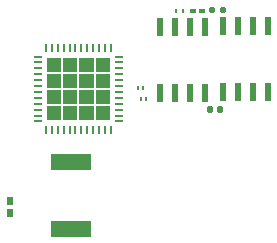
<source format=gbr>
G04 EAGLE Gerber RS-274X export*
G75*
%MOMM*%
%FSLAX34Y34*%
%LPD*%
%INSolderpaste Top*%
%IPPOS*%
%AMOC8*
5,1,8,0,0,1.08239X$1,22.5*%
G01*
%ADD10R,0.508000X1.524000*%
%ADD11R,0.199200X0.704800*%
%ADD12R,0.704800X0.199200*%
%ADD13R,0.558800X0.711200*%
%ADD14R,0.290000X0.300000*%
%ADD15R,0.250000X0.300000*%
%ADD16R,0.500000X0.300000*%
%ADD17R,3.454400X1.397000*%
%ADD18C,0.286200*%

G36*
X205252Y419625D02*
X205252Y419625D01*
X205254Y419624D01*
X205297Y419644D01*
X205341Y419662D01*
X205341Y419664D01*
X205343Y419665D01*
X205376Y419750D01*
X205376Y431500D01*
X205375Y431502D01*
X205376Y431504D01*
X205356Y431547D01*
X205338Y431591D01*
X205336Y431591D01*
X205335Y431593D01*
X205250Y431626D01*
X193500Y431626D01*
X193498Y431625D01*
X193496Y431626D01*
X193453Y431606D01*
X193409Y431588D01*
X193409Y431586D01*
X193407Y431585D01*
X193374Y431500D01*
X193374Y419750D01*
X193375Y419748D01*
X193374Y419746D01*
X193394Y419703D01*
X193412Y419659D01*
X193414Y419659D01*
X193415Y419657D01*
X193500Y419624D01*
X205250Y419624D01*
X205252Y419625D01*
G37*
G36*
X219002Y419625D02*
X219002Y419625D01*
X219004Y419624D01*
X219047Y419644D01*
X219091Y419662D01*
X219091Y419664D01*
X219093Y419665D01*
X219126Y419750D01*
X219126Y431500D01*
X219125Y431502D01*
X219126Y431504D01*
X219106Y431547D01*
X219088Y431591D01*
X219086Y431591D01*
X219085Y431593D01*
X219000Y431626D01*
X207250Y431626D01*
X207248Y431625D01*
X207246Y431626D01*
X207203Y431606D01*
X207159Y431588D01*
X207159Y431586D01*
X207157Y431585D01*
X207124Y431500D01*
X207124Y419750D01*
X207125Y419748D01*
X207124Y419746D01*
X207144Y419703D01*
X207162Y419659D01*
X207164Y419659D01*
X207165Y419657D01*
X207250Y419624D01*
X219000Y419624D01*
X219002Y419625D01*
G37*
G36*
X232752Y419625D02*
X232752Y419625D01*
X232754Y419624D01*
X232797Y419644D01*
X232841Y419662D01*
X232841Y419664D01*
X232843Y419665D01*
X232876Y419750D01*
X232876Y431500D01*
X232875Y431502D01*
X232876Y431504D01*
X232856Y431547D01*
X232838Y431591D01*
X232836Y431591D01*
X232835Y431593D01*
X232750Y431626D01*
X221000Y431626D01*
X220998Y431625D01*
X220996Y431626D01*
X220953Y431606D01*
X220909Y431588D01*
X220909Y431586D01*
X220907Y431585D01*
X220874Y431500D01*
X220874Y419750D01*
X220875Y419748D01*
X220874Y419746D01*
X220894Y419703D01*
X220912Y419659D01*
X220914Y419659D01*
X220915Y419657D01*
X221000Y419624D01*
X232750Y419624D01*
X232752Y419625D01*
G37*
G36*
X246502Y419625D02*
X246502Y419625D01*
X246504Y419624D01*
X246547Y419644D01*
X246591Y419662D01*
X246591Y419664D01*
X246593Y419665D01*
X246626Y419750D01*
X246626Y431500D01*
X246625Y431502D01*
X246626Y431504D01*
X246606Y431547D01*
X246588Y431591D01*
X246586Y431591D01*
X246585Y431593D01*
X246500Y431626D01*
X234750Y431626D01*
X234748Y431625D01*
X234746Y431626D01*
X234703Y431606D01*
X234659Y431588D01*
X234659Y431586D01*
X234657Y431585D01*
X234624Y431500D01*
X234624Y419750D01*
X234625Y419748D01*
X234624Y419746D01*
X234644Y419703D01*
X234662Y419659D01*
X234664Y419659D01*
X234665Y419657D01*
X234750Y419624D01*
X246500Y419624D01*
X246502Y419625D01*
G37*
G36*
X205252Y405875D02*
X205252Y405875D01*
X205254Y405874D01*
X205297Y405894D01*
X205341Y405912D01*
X205341Y405914D01*
X205343Y405915D01*
X205376Y406000D01*
X205376Y417750D01*
X205375Y417752D01*
X205376Y417754D01*
X205356Y417797D01*
X205338Y417841D01*
X205336Y417841D01*
X205335Y417843D01*
X205250Y417876D01*
X193500Y417876D01*
X193498Y417875D01*
X193496Y417876D01*
X193453Y417856D01*
X193409Y417838D01*
X193409Y417836D01*
X193407Y417835D01*
X193374Y417750D01*
X193374Y406000D01*
X193375Y405998D01*
X193374Y405996D01*
X193394Y405953D01*
X193412Y405909D01*
X193414Y405909D01*
X193415Y405907D01*
X193500Y405874D01*
X205250Y405874D01*
X205252Y405875D01*
G37*
G36*
X246502Y405875D02*
X246502Y405875D01*
X246504Y405874D01*
X246547Y405894D01*
X246591Y405912D01*
X246591Y405914D01*
X246593Y405915D01*
X246626Y406000D01*
X246626Y417750D01*
X246625Y417752D01*
X246626Y417754D01*
X246606Y417797D01*
X246588Y417841D01*
X246586Y417841D01*
X246585Y417843D01*
X246500Y417876D01*
X234750Y417876D01*
X234748Y417875D01*
X234746Y417876D01*
X234703Y417856D01*
X234659Y417838D01*
X234659Y417836D01*
X234657Y417835D01*
X234624Y417750D01*
X234624Y406000D01*
X234625Y405998D01*
X234624Y405996D01*
X234644Y405953D01*
X234662Y405909D01*
X234664Y405909D01*
X234665Y405907D01*
X234750Y405874D01*
X246500Y405874D01*
X246502Y405875D01*
G37*
G36*
X232752Y405875D02*
X232752Y405875D01*
X232754Y405874D01*
X232797Y405894D01*
X232841Y405912D01*
X232841Y405914D01*
X232843Y405915D01*
X232876Y406000D01*
X232876Y417750D01*
X232875Y417752D01*
X232876Y417754D01*
X232856Y417797D01*
X232838Y417841D01*
X232836Y417841D01*
X232835Y417843D01*
X232750Y417876D01*
X221000Y417876D01*
X220998Y417875D01*
X220996Y417876D01*
X220953Y417856D01*
X220909Y417838D01*
X220909Y417836D01*
X220907Y417835D01*
X220874Y417750D01*
X220874Y406000D01*
X220875Y405998D01*
X220874Y405996D01*
X220894Y405953D01*
X220912Y405909D01*
X220914Y405909D01*
X220915Y405907D01*
X221000Y405874D01*
X232750Y405874D01*
X232752Y405875D01*
G37*
G36*
X219002Y405875D02*
X219002Y405875D01*
X219004Y405874D01*
X219047Y405894D01*
X219091Y405912D01*
X219091Y405914D01*
X219093Y405915D01*
X219126Y406000D01*
X219126Y417750D01*
X219125Y417752D01*
X219126Y417754D01*
X219106Y417797D01*
X219088Y417841D01*
X219086Y417841D01*
X219085Y417843D01*
X219000Y417876D01*
X207250Y417876D01*
X207248Y417875D01*
X207246Y417876D01*
X207203Y417856D01*
X207159Y417838D01*
X207159Y417836D01*
X207157Y417835D01*
X207124Y417750D01*
X207124Y406000D01*
X207125Y405998D01*
X207124Y405996D01*
X207144Y405953D01*
X207162Y405909D01*
X207164Y405909D01*
X207165Y405907D01*
X207250Y405874D01*
X219000Y405874D01*
X219002Y405875D01*
G37*
G36*
X232752Y392125D02*
X232752Y392125D01*
X232754Y392124D01*
X232797Y392144D01*
X232841Y392162D01*
X232841Y392164D01*
X232843Y392165D01*
X232876Y392250D01*
X232876Y404000D01*
X232875Y404002D01*
X232876Y404004D01*
X232856Y404047D01*
X232838Y404091D01*
X232836Y404091D01*
X232835Y404093D01*
X232750Y404126D01*
X221000Y404126D01*
X220998Y404125D01*
X220996Y404126D01*
X220953Y404106D01*
X220909Y404088D01*
X220909Y404086D01*
X220907Y404085D01*
X220874Y404000D01*
X220874Y392250D01*
X220875Y392248D01*
X220874Y392246D01*
X220894Y392203D01*
X220912Y392159D01*
X220914Y392159D01*
X220915Y392157D01*
X221000Y392124D01*
X232750Y392124D01*
X232752Y392125D01*
G37*
G36*
X205252Y392125D02*
X205252Y392125D01*
X205254Y392124D01*
X205297Y392144D01*
X205341Y392162D01*
X205341Y392164D01*
X205343Y392165D01*
X205376Y392250D01*
X205376Y404000D01*
X205375Y404002D01*
X205376Y404004D01*
X205356Y404047D01*
X205338Y404091D01*
X205336Y404091D01*
X205335Y404093D01*
X205250Y404126D01*
X193500Y404126D01*
X193498Y404125D01*
X193496Y404126D01*
X193453Y404106D01*
X193409Y404088D01*
X193409Y404086D01*
X193407Y404085D01*
X193374Y404000D01*
X193374Y392250D01*
X193375Y392248D01*
X193374Y392246D01*
X193394Y392203D01*
X193412Y392159D01*
X193414Y392159D01*
X193415Y392157D01*
X193500Y392124D01*
X205250Y392124D01*
X205252Y392125D01*
G37*
G36*
X219002Y392125D02*
X219002Y392125D01*
X219004Y392124D01*
X219047Y392144D01*
X219091Y392162D01*
X219091Y392164D01*
X219093Y392165D01*
X219126Y392250D01*
X219126Y404000D01*
X219125Y404002D01*
X219126Y404004D01*
X219106Y404047D01*
X219088Y404091D01*
X219086Y404091D01*
X219085Y404093D01*
X219000Y404126D01*
X207250Y404126D01*
X207248Y404125D01*
X207246Y404126D01*
X207203Y404106D01*
X207159Y404088D01*
X207159Y404086D01*
X207157Y404085D01*
X207124Y404000D01*
X207124Y392250D01*
X207125Y392248D01*
X207124Y392246D01*
X207144Y392203D01*
X207162Y392159D01*
X207164Y392159D01*
X207165Y392157D01*
X207250Y392124D01*
X219000Y392124D01*
X219002Y392125D01*
G37*
G36*
X246502Y392125D02*
X246502Y392125D01*
X246504Y392124D01*
X246547Y392144D01*
X246591Y392162D01*
X246591Y392164D01*
X246593Y392165D01*
X246626Y392250D01*
X246626Y404000D01*
X246625Y404002D01*
X246626Y404004D01*
X246606Y404047D01*
X246588Y404091D01*
X246586Y404091D01*
X246585Y404093D01*
X246500Y404126D01*
X234750Y404126D01*
X234748Y404125D01*
X234746Y404126D01*
X234703Y404106D01*
X234659Y404088D01*
X234659Y404086D01*
X234657Y404085D01*
X234624Y404000D01*
X234624Y392250D01*
X234625Y392248D01*
X234624Y392246D01*
X234644Y392203D01*
X234662Y392159D01*
X234664Y392159D01*
X234665Y392157D01*
X234750Y392124D01*
X246500Y392124D01*
X246502Y392125D01*
G37*
G36*
X219002Y378375D02*
X219002Y378375D01*
X219004Y378374D01*
X219047Y378394D01*
X219091Y378412D01*
X219091Y378414D01*
X219093Y378415D01*
X219126Y378500D01*
X219126Y390250D01*
X219125Y390252D01*
X219126Y390254D01*
X219106Y390297D01*
X219088Y390341D01*
X219086Y390341D01*
X219085Y390343D01*
X219000Y390376D01*
X207250Y390376D01*
X207248Y390375D01*
X207246Y390376D01*
X207203Y390356D01*
X207159Y390338D01*
X207159Y390336D01*
X207157Y390335D01*
X207124Y390250D01*
X207124Y378500D01*
X207125Y378498D01*
X207124Y378496D01*
X207144Y378453D01*
X207162Y378409D01*
X207164Y378409D01*
X207165Y378407D01*
X207250Y378374D01*
X219000Y378374D01*
X219002Y378375D01*
G37*
G36*
X232752Y378375D02*
X232752Y378375D01*
X232754Y378374D01*
X232797Y378394D01*
X232841Y378412D01*
X232841Y378414D01*
X232843Y378415D01*
X232876Y378500D01*
X232876Y390250D01*
X232875Y390252D01*
X232876Y390254D01*
X232856Y390297D01*
X232838Y390341D01*
X232836Y390341D01*
X232835Y390343D01*
X232750Y390376D01*
X221000Y390376D01*
X220998Y390375D01*
X220996Y390376D01*
X220953Y390356D01*
X220909Y390338D01*
X220909Y390336D01*
X220907Y390335D01*
X220874Y390250D01*
X220874Y378500D01*
X220875Y378498D01*
X220874Y378496D01*
X220894Y378453D01*
X220912Y378409D01*
X220914Y378409D01*
X220915Y378407D01*
X221000Y378374D01*
X232750Y378374D01*
X232752Y378375D01*
G37*
G36*
X246502Y378375D02*
X246502Y378375D01*
X246504Y378374D01*
X246547Y378394D01*
X246591Y378412D01*
X246591Y378414D01*
X246593Y378415D01*
X246626Y378500D01*
X246626Y390250D01*
X246625Y390252D01*
X246626Y390254D01*
X246606Y390297D01*
X246588Y390341D01*
X246586Y390341D01*
X246585Y390343D01*
X246500Y390376D01*
X234750Y390376D01*
X234748Y390375D01*
X234746Y390376D01*
X234703Y390356D01*
X234659Y390338D01*
X234659Y390336D01*
X234657Y390335D01*
X234624Y390250D01*
X234624Y378500D01*
X234625Y378498D01*
X234624Y378496D01*
X234644Y378453D01*
X234662Y378409D01*
X234664Y378409D01*
X234665Y378407D01*
X234750Y378374D01*
X246500Y378374D01*
X246502Y378375D01*
G37*
G36*
X205252Y378375D02*
X205252Y378375D01*
X205254Y378374D01*
X205297Y378394D01*
X205341Y378412D01*
X205341Y378414D01*
X205343Y378415D01*
X205376Y378500D01*
X205376Y390250D01*
X205375Y390252D01*
X205376Y390254D01*
X205356Y390297D01*
X205338Y390341D01*
X205336Y390341D01*
X205335Y390343D01*
X205250Y390376D01*
X193500Y390376D01*
X193498Y390375D01*
X193496Y390376D01*
X193453Y390356D01*
X193409Y390338D01*
X193409Y390336D01*
X193407Y390335D01*
X193374Y390250D01*
X193374Y378500D01*
X193375Y378498D01*
X193374Y378496D01*
X193394Y378453D01*
X193412Y378409D01*
X193414Y378409D01*
X193415Y378407D01*
X193500Y378374D01*
X205250Y378374D01*
X205252Y378375D01*
G37*
D10*
X289180Y401290D03*
X301880Y401290D03*
X314580Y401290D03*
X327280Y401290D03*
X289180Y457170D03*
X301880Y457170D03*
X314580Y457170D03*
X327280Y457170D03*
X342140Y402060D03*
X354840Y402060D03*
X367540Y402060D03*
X380240Y402060D03*
X342140Y457940D03*
X354840Y457940D03*
X367540Y457940D03*
X380240Y457940D03*
D11*
X247500Y439524D03*
X242500Y439524D03*
X237500Y439524D03*
X232500Y439524D03*
X227500Y439524D03*
X222500Y439524D03*
X217500Y439524D03*
X212500Y439524D03*
X207500Y439524D03*
X202500Y439524D03*
X197500Y439524D03*
X192500Y439524D03*
D12*
X185476Y432500D03*
X185476Y427500D03*
X185476Y422500D03*
X185476Y417500D03*
X185476Y412500D03*
X185476Y407500D03*
X185476Y402500D03*
X185476Y397500D03*
X185476Y392500D03*
X185476Y387500D03*
X185476Y382500D03*
X185476Y377500D03*
D11*
X192500Y370476D03*
X197500Y370476D03*
X202500Y370476D03*
X207500Y370476D03*
X212500Y370476D03*
X217500Y370476D03*
X222500Y370476D03*
X227500Y370476D03*
X232500Y370476D03*
X237500Y370476D03*
X242500Y370476D03*
X247500Y370476D03*
D12*
X254524Y377500D03*
X254524Y382500D03*
X254524Y387500D03*
X254524Y392500D03*
X254524Y397500D03*
X254524Y402500D03*
X254524Y407500D03*
X254524Y412500D03*
X254524Y417500D03*
X254524Y422500D03*
X254524Y427500D03*
X254524Y432500D03*
D13*
X162000Y299586D03*
X162000Y310000D03*
D14*
X274900Y405570D03*
X270460Y405570D03*
D15*
X302390Y470870D03*
X308390Y470870D03*
D16*
X316730Y470780D03*
X324730Y470780D03*
D17*
X214030Y286489D03*
X214030Y343131D03*
D18*
X338581Y386541D02*
X338581Y389679D01*
X341119Y389679D01*
X341119Y386541D01*
X338581Y386541D01*
X338581Y389260D02*
X341119Y389260D01*
X329981Y389679D02*
X329981Y386541D01*
X329981Y389679D02*
X332519Y389679D01*
X332519Y386541D01*
X329981Y386541D01*
X329981Y389260D02*
X332519Y389260D01*
X334249Y470831D02*
X334249Y473969D01*
X334249Y470831D02*
X331711Y470831D01*
X331711Y473969D01*
X334249Y473969D01*
X334249Y473550D02*
X331711Y473550D01*
X342849Y473969D02*
X342849Y470831D01*
X340311Y470831D01*
X340311Y473969D01*
X342849Y473969D01*
X342849Y473550D02*
X340311Y473550D01*
D14*
X272590Y396320D03*
X277030Y396320D03*
M02*

</source>
